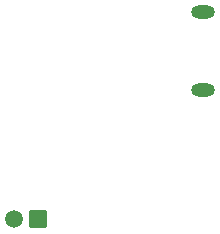
<source format=gbr>
%TF.GenerationSoftware,KiCad,Pcbnew,8.0.8-8.0.8-0~ubuntu24.04.1*%
%TF.CreationDate,2025-02-07T13:21:19-05:00*%
%TF.ProjectId,snowboard,736e6f77-626f-4617-9264-2e6b69636164,rev?*%
%TF.SameCoordinates,Original*%
%TF.FileFunction,Soldermask,Bot*%
%TF.FilePolarity,Negative*%
%FSLAX46Y46*%
G04 Gerber Fmt 4.6, Leading zero omitted, Abs format (unit mm)*
G04 Created by KiCad (PCBNEW 8.0.8-8.0.8-0~ubuntu24.04.1) date 2025-02-07 13:21:19*
%MOMM*%
%LPD*%
G01*
G04 APERTURE LIST*
G04 Aperture macros list*
%AMRoundRect*
0 Rectangle with rounded corners*
0 $1 Rounding radius*
0 $2 $3 $4 $5 $6 $7 $8 $9 X,Y pos of 4 corners*
0 Add a 4 corners polygon primitive as box body*
4,1,4,$2,$3,$4,$5,$6,$7,$8,$9,$2,$3,0*
0 Add four circle primitives for the rounded corners*
1,1,$1+$1,$2,$3*
1,1,$1+$1,$4,$5*
1,1,$1+$1,$6,$7*
1,1,$1+$1,$8,$9*
0 Add four rect primitives between the rounded corners*
20,1,$1+$1,$2,$3,$4,$5,0*
20,1,$1+$1,$4,$5,$6,$7,0*
20,1,$1+$1,$6,$7,$8,$9,0*
20,1,$1+$1,$8,$9,$2,$3,0*%
G04 Aperture macros list end*
%ADD10O,2.004000X1.104000*%
%ADD11RoundRect,0.102000X-0.654000X-0.654000X0.654000X-0.654000X0.654000X0.654000X-0.654000X0.654000X0*%
%ADD12C,1.512000*%
G04 APERTURE END LIST*
D10*
%TO.C,J1*%
X190750000Y-130550000D03*
X190750000Y-123950000D03*
%TD*%
D11*
%TO.C,J2*%
X176750000Y-141500000D03*
D12*
X174750000Y-141500000D03*
%TD*%
M02*

</source>
